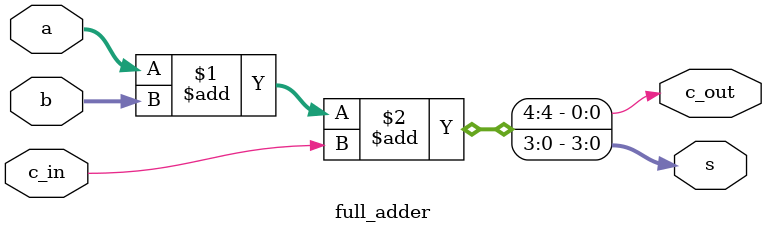
<source format=v>
module full_adder(
	input [3:0] a,b,
	input c_in,
	output c_out,
	output [3:0] s
);

assign {c_out, s} = a + b + c_in;

/*
always @ (a or b or c_in)
begin 
{c_out, s} = a + b + c_in;
end
*/

endmodule




</source>
